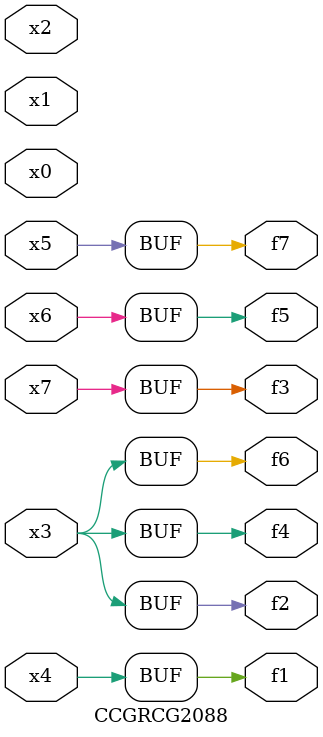
<source format=v>
module CCGRCG2088(
	input x0, x1, x2, x3, x4, x5, x6, x7,
	output f1, f2, f3, f4, f5, f6, f7
);
	assign f1 = x4;
	assign f2 = x3;
	assign f3 = x7;
	assign f4 = x3;
	assign f5 = x6;
	assign f6 = x3;
	assign f7 = x5;
endmodule

</source>
